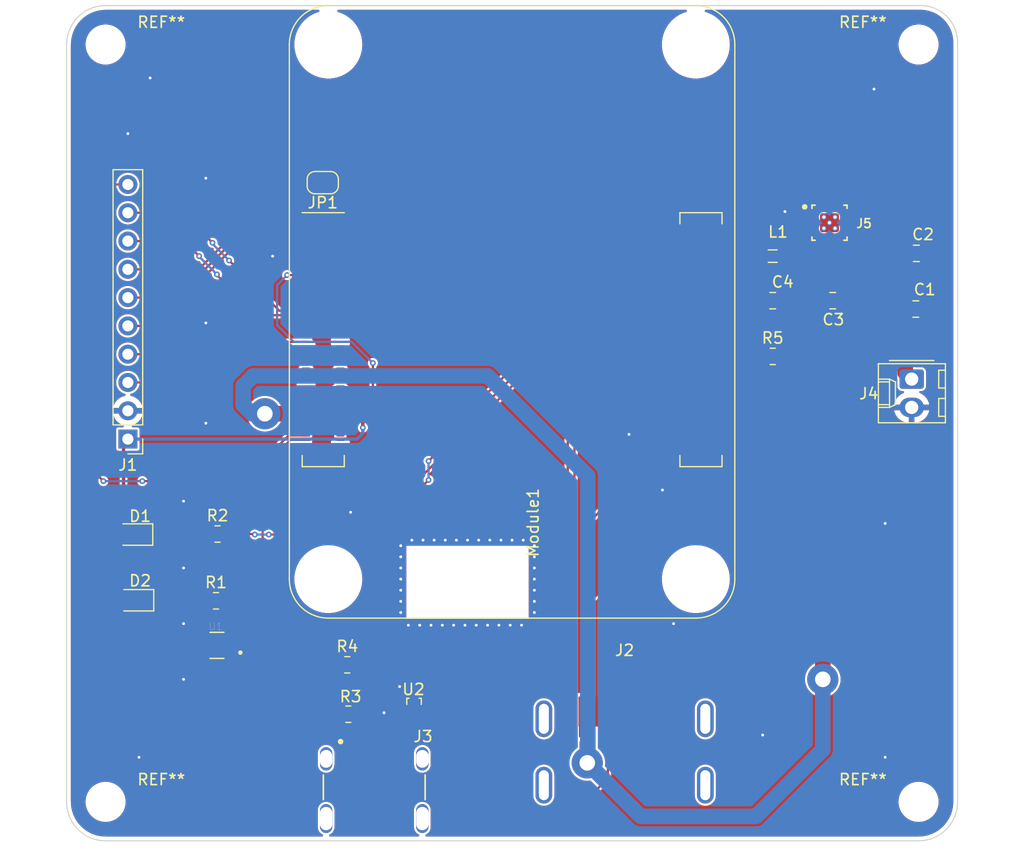
<source format=kicad_pcb>
(kicad_pcb (version 20210228) (generator pcbnew)
  (title_block (title "Compute Module 4 Carrierboard Utskytningsenhet") (date "2021-03-05") (rev "v01") (comment 2 "creativecommons.org/licenses/by/4.0/") (comment 3 "License: CC BY-SA 4.0") (comment 4 "Author: Martin Mæland"))
  (layers (0 "F.Cu" signal) (31 "B.Cu" signal) (34 "B.Paste" user) (35 "F.Paste" user) (36 "B.SilkS" user "B.Silkscreen") (37 "F.SilkS" user "F.Silkscreen") (38 "B.Mask" user) (39 "F.Mask" user) (44 "Edge.Cuts" user))
  (net 0 "")
  (net 1 "/CM4 High Speed/HDMI0_HOTPLUG")
  (net 2 "/CM4 High Speed/HDMI0_SDA")
  (net 3 "GND")
  (net 4 "+5V")
  (net 5 "/CM4 High Speed/HDMI0_SCL")
  (net 7 "/CM4 High Speed/HDMI0_CEC")
  (net 8 "/CM4 High Speed/HDMI0_CLK_N")
  (net 9 "+3.3V")
  (net 10 "Net-(D1-Pad1)")
  (net 11 "/CM4 High Speed/HDMI0_CLK_P")
  (net 12 "/CM4 High Speed/HDMI0_TX0_N")
  (net 13 "/CM4 High Speed/HDMI0_TX0_P")
  (net 14 "/CM4 High Speed/HDMI0_TX1_N")
  (net 15 "Net-(D2-Pad1)")
  (net 16 "/CM4 GPIO/nRPIBOOT")
  (net 17 "/CM4 High Speed/HDMI0_TX1_P")
  (net 18 "/CM4 High Speed/HDMI0_TX2_N")
  (net 19 "/CM4 High Speed/HDMI0_TX2_P")
  (net 21 "/CM4 GPIO/GPIO7")
  (net 22 "/CM4 GPIO/GPIO8")
  (net 27 "/CM4 GPIO/GPIO11")
  (net 28 "/CM4 GPIO/GPIO9")
  (net 29 "Net-(J3-PadA4)")
  (net 33 "/CM4 GPIO/GPIO10")
  (net 34 "/CM4 GPIO/GPIO15")
  (net 39 "/CM4 GPIO/GPIO14")
  (net 70 "/CM4 GPIO/GPIO2")
  (net 81 "/CM4 High Speed/USB2_P")
  (net 82 "/CM4 High Speed/USB2_N")
  (net 88 "/CM4 GPIO/EEPROM_nWP")
  (net 93 "/CM4 GPIO/nLED_Activity")
  (net 95 "/CM4 GPIO/nPWR_LED")
  (net 97 "/CM4 High Speed/USB_OTG_ID")
  (net 123 "/CM4 GPIO/GPIO3")
  (net 153 "Net-(R1-Pad2)")
  (net 154 "Net-(C3-Pad1)")
  (net 156 "Net-(J5-Pad4)")
  (net 157 "Net-(J5-Pad1)")
  (net 158 "+7.4V")
  (footprint "Fiducial:Fiducial_1mm_Mask2mm" (layer "F.Cu") (at 148 120)
    (fp_text reference "REF**")
    (fp_text value "Fiducial_1mm_Mask2mm")
  )
  (footprint "Capacitor_SMD:C_0805_2012Metric" (layer "F.Cu") (at 152.8 70.75)
    (fp_text reference "C2")
    (fp_text value "0.1uF")
  )
  (footprint "LED_SMD:LED_0805_2012Metric" (layer "F.Cu") (at 82.55 96 180)
    (fp_text reference "D1")
    (fp_text value "LED Green")
  )
  (footprint "Package_TO_SOT_SMD:Texas_DRT-3" (layer "F.Cu") (at 107.696 111.252)
    (fp_text reference "U2")
    (fp_text value "TPD2EUSB30" hide)
  )
  (footprint "MOLEX_1054500101_usb_c:Molex-1054500101-MFG" (layer "F.Cu") (at 104.120944 119.5)
    (fp_text reference "J3")
    (fp_text value "1054500101" hide)
  )
  (footprint "Resistor_SMD:R_0805_2012Metric" (layer "F.Cu") (at 89.9125 101.95)
    (fp_text reference "R1")
    (fp_text value "1k" hide)
  )
  (footprint "SN74LVC1G07DCKR:SOT65P210X110-5N" (layer "F.Cu") (at 90 105.95 180)
    (fp_text reference "U1")
    (fp_text value "SN74LVC1G07DCKR" hide)
  )
  (footprint "Jumper:SolderJumper-2_P1.3mm_Open_RoundedPad1.0x1.5mm" (layer "F.Cu") (at 99.5 64.4 180)
    (fp_text reference "JP1")
    (fp_text value "SolderJumper_2_Open")
  )
  (footprint "Inductor_SMD:L_0805_2012Metric" (layer "F.Cu") (at 139.9 71 180)
    (fp_text reference "L1")
    (fp_text value "2.2uH")
  )
  (footprint "Connector_Molex:Molex_KK-254_AE-6410-02A_1x02_P2.54mm_Vertical" (layer "F.Cu") (at 152.38 82.042 -90)
    (fp_text reference "J4")
    (fp_text value "molex_5046_2pin")
  )
  (footprint "Connector_PinHeader_2.54mm:PinHeader_1x10_P2.54mm_Vertical" (layer "F.Cu") (at 82 87.425 180)
    (fp_text reference "J1")
    (fp_text value "DNP")
  )
  (footprint "MountingHole:MountingHole_3.2mm_M3" (layer "F.Cu") (at 153 52)
    (fp_text reference "REF**" hide)
    (fp_text value "MountingHole_3.2mm_M3")
  )
  (footprint "TPS62133:Texas_Instruments-TPS62133RGTR-Manufacturer_Recommended" (layer "F.Cu") (at 145 68)
    (fp_text reference "J5")
    (fp_text value "TPS62133RGTR" hide)
  )
  (footprint "Resistor_SMD:R_0805_2012Metric" (layer "F.Cu") (at 101.7035 107.696)
    (fp_text reference "R4")
    (fp_text value "2.2k" hide)
  )
  (footprint "Fiducial:Fiducial_1mm_Mask2mm" (layer "F.Cu") (at 85 52)
    (fp_text reference "REF**")
    (fp_text value "Fiducial_1mm_Mask2mm")
  )
  (footprint "Resistor_SMD:R_0805_2012Metric" (layer "F.Cu") (at 139.9 80)
    (fp_text reference "R5")
    (fp_text value "100K")
  )
  (footprint "MountingHole:MountingHole_3.2mm_M3" (layer "F.Cu") (at 80 120)
    (fp_text reference "REF**" hide)
    (fp_text value "MountingHole_3.2mm_M3")
  )
  (footprint "CM4IO:Raspberry-Pi-4-Compute-Module" (layer "F.Cu") (at 100 100)
    (fp_text reference "Module1")
    (fp_text value "ComputeModule4-CM4")
  )
  (footprint "Resistor_SMD:R_0805_2012Metric" (layer "F.Cu") (at 101.791 112.13 180)
    (fp_text reference "R3")
    (fp_text value "2.2k" hide)
  )
  (footprint "Capacitor_SMD:C_0805_2012Metric" (layer "F.Cu") (at 139.9 75)
    (fp_text reference "C4")
    (fp_text value "22uF")
  )
  (footprint "Capacitor_SMD:C_0805_2012Metric" (layer "F.Cu") (at 152.75 75.75)
    (fp_text reference "C1")
    (fp_text value "10uF")
  )
  (footprint "Capacitor_SMD:C_0805_2012Metric" (layer "F.Cu") (at 145.288 75 180)
    (fp_text reference "C3")
    (fp_text value "3.3nF")
  )
  (footprint "MountingHole:MountingHole_3.2mm_M3" (layer "F.Cu") (at 153 120)
    (fp_text reference "REF**" hide)
    (fp_text value "MountingHole_3.2mm_M3")
  )
  (footprint "Fiducial:Fiducial_1mm_Mask2mm" (layer "F.Cu") (at 148 52)
    (fp_text reference "REF**")
    (fp_text value "Fiducial_1mm_Mask2mm")
  )
  (footprint "MountingHole:MountingHole_3.2mm_M3" (layer "F.Cu") (at 80 52)
    (fp_text reference "REF**" hide)
    (fp_text value "MountingHole_3.2mm_M3")
  )
  (footprint "LED_SMD:LED_0805_2012Metric" (layer "F.Cu") (at 82.6375 101.9 180)
    (fp_text reference "D2")
    (fp_text value "LED Red")
  )
  (footprint "Resistor_SMD:R_0805_2012Metric" (layer "F.Cu") (at 90.05 95.95)
    (fp_text reference "R2")
    (fp_text value "1k" hide)
  )
  (footprint "SFONG_HDMI:SOFNG_HDMI" (layer "F.Cu") (at 126.6 116.395)
    (fp_text reference "J2")
    (fp_text value "HDMI_A")
  )
  (footprint "Fiducial:Fiducial_1mm_Mask2mm" (layer "F.Cu") (at 85 120)
    (fp_text reference "REF**")
    (fp_text value "Fiducial_1mm_Mask2mm")
  )
  (gr_line (start 80 48.5) (end 153 48.5) (layer "Edge.Cuts") (width 0.1))
  (gr_line (start 156.5 120) (end 156.5 52) (layer "Edge.Cuts") (width 0.1))
  (gr_line (start 76.5 52) (end 76.5 120) (layer "Edge.Cuts") (width 0.1))
  (gr_arc (start 153.174293 51.825707) (end 153 48.5) (angle 96) (layer "Edge.Cuts") (width 0.1))
  (gr_arc (start 79.999998 52) (end 80 48.5) (angle -90) (layer "Edge.Cuts") (width 0.1))
  (gr_arc (start 153.000002 120) (end 156.5 120) (angle 90) (layer "Edge.Cuts") (width 0.1))
  (gr_arc (start 80 120.000002) (end 76.5 120) (angle -90) (layer "Edge.Cuts") (width 0.1))
  (gr_line (start 80 123.5) (end 153 123.5) (layer "Edge.Cuts") (width 0.1))
  (segment (start 130.9 79.1) (end 131.92 79.1) (width 0.2) (layer "F.Cu") (net 1))
  (segment (start 122.1 87.9) (end 130.9 79.1) (width 0.2) (layer "F.Cu") (net 1))
  (segment (start 122.1 111.5) (end 122.1 87.9) (width 0.2) (layer "F.Cu") (net 1))
  (segment (start 131.92 88.3) (end 130 88.3) (width 0.2) (layer "F.Cu") (net 2))
  (segment (start 123.6 94.7) (end 123.6 111.5) (width 0.2) (layer "F.Cu") (net 2))
  (segment (start 130 88.3) (end 123.6 94.7) (width 0.2) (layer "F.Cu") (net 2))
  (segment (start 107.696 110.827) (end 107.577 110.827) (width 0.2) (layer "F.Cu") (net 3))
  (segment (start 107.577 110.827) (end 106.4 109.65) (width 0.2) (layer "F.Cu") (net 3))
  (via (at 113.284 104.14) (size 0.508) (drill 0.254) (layers "F.Cu" "B.Cu") (net 3))
  (via (at 105 112) (size 0.508) (drill 0.254) (layers "F.Cu" "B.Cu") (net 3))
  (via (at 110.5 96.5) (size 0.508) (drill 0.254) (layers "F.Cu" "B.Cu") (net 3))
  (via (at 106.5 103) (size 0.508) (drill 0.254) (layers "F.Cu" "B.Cu") (net 3))
  (via (at 107.188 104.14) (size 0.508) (drill 0.254) (layers "F.Cu" "B.Cu") (net 3))
  (via (at 150 95) (size 0.508) (drill 0.254) (layers "F.Cu" "B.Cu") (net 3))
  (via (at 141 67) (size 0.508) (drill 0.254) (layers "F.Cu" "B.Cu") (net 3))
  (via (at 87 99) (size 0.508) (drill 0.254) (layers "F.Cu" "B.Cu") (net 3))
  (via (at 139 114) (size 0.508) (drill 0.254) (layers "F.Cu" "B.Cu") (net 3))
  (via (at 102 94) (size 0.508) (drill 0.254) (layers "F.Cu" "B.Cu") (net 3))
  (via (at 114.5 96.5) (size 0.508) (drill 0.254) (layers "F.Cu" "B.Cu") (net 3))
  (via (at 118.5 99) (size 0.508) (drill 0.254) (layers "F.Cu" "B.Cu") (net 3))
  (via (at 106.5 97) (size 0.508) (drill 0.254) (layers "F.Cu" "B.Cu") (net 3))
  (via (at 149 56) (size 0.508) (drill 0.254) (layers "F.Cu" "B.Cu") (net 3))
  (via (at 117.5 96.5) (size 0.508) (drill 0.254) (layers "F.Cu" "B.Cu") (net 3))
  (via (at 118.5 100) (size 0.508) (drill 0.254) (layers "F.Cu" "B.Cu") (net 3))
  (via (at 130 92) (size 0.508) (drill 0.254) (layers "F.Cu" "B.Cu") (net 3))
  (via (at 150 116) (size 0.508) (drill 0.254) (layers "F.Cu" "B.Cu") (net 3))
  (via (at 118.5 97) (size 0.508) (drill 0.254) (layers "F.Cu" "B.Cu") (net 3))
  (via (at 118.5 98) (size 0.508) (drill 0.254) (layers "F.Cu" "B.Cu") (net 3))
  (via (at 127 87) (size 0.508) (drill 0.254) (layers "F.Cu" "B.Cu") (net 3))
  (via (at 83 116) (size 0.508) (drill 0.254) (layers "F.Cu" "B.Cu") (net 3))
  (via (at 89 86) (size 0.508) (drill 0.254) (layers "F.Cu" "B.Cu") (net 3))
  (via (at 118.5 102) (size 0.508) (drill 0.254) (layers "F.Cu" "B.Cu") (net 3))
  (via (at 108.204 104.14) (size 0.508) (drill 0.254) (layers "F.Cu" "B.Cu") (net 3))
  (via (at 107.5 96.5) (size 0.508) (drill 0.254) (layers "F.Cu" "B.Cu") (net 3))
  (via (at 116.332 104.14) (size 0.508) (drill 0.254) (layers "F.Cu" "B.Cu") (net 3))
  (via (at 111.252 104.14) (size 0.508) (drill 0.254) (layers "F.Cu" "B.Cu") (net 3))
  (via (at 106.5 99) (size 0.508) (drill 0.254) (layers "F.Cu" "B.Cu") (net 3))
  (via (at 112.5 96.5) (size 0.508) (drill 0.254) (layers "F.Cu" "B.Cu") (net 3))
  (via (at 109.5 96.5) (size 0.508) (drill 0.254) (layers "F.Cu" "B.Cu") (net 3))
  (via (at 108.5 96.5) (size 0.508) (drill 0.254) (layers "F.Cu" "B.Cu") (net 3))
  (via (at 106.5 100) (size 0.508) (drill 0.254) (layers "F.Cu" "B.Cu") (net 3))
  (via (at 118.5 101) (size 0.508) (drill 0.254) (layers "F.Cu" "B.Cu") (net 3))
  (via (at 95 71) (size 0.508) (drill 0.254) (layers "F.Cu" "B.Cu") (net 3))
  (via (at 131 104) (size 0.508) (drill 0.254) (layers "F.Cu" "B.Cu") (net 3))
  (via (at 115.5 96.5) (size 0.508) (drill 0.254) (layers "F.Cu" "B.Cu") (net 3))
  (via (at 84 55) (size 0.508) (drill 0.254) (layers "F.Cu" "B.Cu") (net 3))
  (via (at 115.316 104.14) (size 0.508) (drill 0.254) (layers "F.Cu" "B.Cu") (net 3))
  (via (at 111.5 96.5) (size 0.508) (drill 0.254) (layers "F.Cu" "B.Cu") (net 3))
  (via (at 112.268 104.14) (size 0.508) (drill 0.254) (layers "F.Cu" "B.Cu") (net 3))
  (via (at 117.348 104.14) (size 0.508) (drill 0.254) (layers "F.Cu" "B.Cu") (net 3))
  (via (at 87 109) (size 0.508) (drill 0.254) (layers "F.Cu" "B.Cu") (net 3))
  (via (at 106.5 98) (size 0.508) (drill 0.254) (layers "F.Cu" "B.Cu") (net 3))
  (via (at 87 93) (size 0.508) (drill 0.254) (layers "F.Cu" "B.Cu") (net 3))
  (via (at 82 60) (size 0.508) (drill 0.254) (layers "F.Cu" "B.Cu") (net 3))
  (via (at 106.4 109.65) (size 0.508) (drill 0.254) (layers "F.Cu" "B.Cu") (net 3))
  (via (at 116.5 96.5) (size 0.508) (drill 0.254) (layers "F.Cu" "B.Cu") (net 3))
  (via (at 106.5 101) (size 0.508) (drill 0.254) (layers "F.Cu" "B.Cu") (net 3))
  (via (at 113.5 96.5) (size 0.508) (drill 0.254) (layers "F.Cu" "B.Cu") (net 3))
  (via (at 118.5 103) (size 0.508) (drill 0.254) (layers "F.Cu" "B.Cu") (net 3))
  (via (at 106.5 102) (size 0.508) (drill 0.254) (layers "F.Cu" "B.Cu") (net 3))
  (via (at 114.3 104.14) (size 0.508) (drill 0.254) (layers "F.Cu" "B.Cu") (net 3))
  (via (at 110.236 104.14) (size 0.508) (drill 0.254) (layers "F.Cu" "B.Cu") (net 3))
  (via (at 109.22 104.14) (size 0.508) (drill 0.254) (layers "F.Cu" "B.Cu") (net 3))
  (via (at 89 64) (size 0.508) (drill 0.254) (layers "F.Cu" "B.Cu") (net 3))
  (via (at 89 77) (size 0.508) (drill 0.254) (layers "F.Cu" "B.Cu") (net 3))
  (via (at 87 104) (size 0.508) (drill 0.254) (layers "F.Cu" "B.Cu") (net 3))
  (segment (start 96.45 85.15) (end 96.8 85.5) (width 0.2) (layer "F.Cu") (net 4))
  (segment (start 138.8375 71) (end 138.8375 66.3625) (width 1.4) (layer "F.Cu") (net 4))
  (segment (start 123.25 116.5) (end 123.25 114.75) (width 1.4) (layer "F.Cu") (net 4))
  (segment (start 141 64.2) (end 143.95 64.2) (width 1.4) (layer "F.Cu") (net 4))
  (segment (start 97.7 83.9) (end 98 83.9) (width 0.2) (layer "F.Cu") (net 4))
  (segment (start 96.9 84.7) (end 98 84.7) (width 0.2) (layer "F.Cu") (net 4))
  (segment (start 138.8375 71) (end 138.8375 79.85) (width 1.4) (layer "F.Cu") (net 4))
  (segment (start 96.45 85.15) (end 97.199989 85.899989) (width 0.2) (layer "F.Cu") (net 4))
  (segment (start 96.45 85.15) (end 97.3 84.3) (width 0.2) (layer "F.Cu") (net 4))
  (segment (start 144.4 87.720045) (end 144.4 109) (width 1.4) (layer "F.Cu") (net 4))
  (segment (start 96.45 85.15) (end 97.7 83.9) (width 0.2) (layer "F.Cu") (net 4))
  (segment (start 138.9875 80.9875) (end 138.9875 82.307545) (width 1.4) (layer "F.Cu") (net 4))
  (segment (start 96.45 85.15) (end 96.5 85.1) (width 0.2) (layer "F.Cu") (net 4))
  (segment (start 145.249999 65.149999) (end 145.249999 66.6) (width 0.2) (layer "F.Cu") (net 4))
  (segment (start 138.9875 82.307545) (end 144.3 87.620045) (width 1.4) (layer "F.Cu") (net 4))
  (segment (start 122.6 111.5) (end 122.6 114.1) (width 0.2) (layer "F.Cu") (net 4))
  (segment (start 96.45 85.15) (end 96.9 84.7) (width 0.2) (layer "F.Cu") (net 4))
  (segment (start 138.8375 66.3625) (end 141 64.2) (width 1.4) (layer "F.Cu") (net 4))
  (segment (start 97.3 84.3) (end 98 84.3) (width 0.2) (layer "F.Cu") (net 4))
  (segment (start 94.3 85.15) (end 96.45 85.15) (width 1.4) (layer "F.Cu") (net 4))
  (segment (start 96.8 85.5) (end 98 85.5) (width 0.2) (layer "F.Cu") (net 4))
  (segment (start 138.8375 79.85) (end 138.9875 80) (width 1.4) (layer "F.Cu") (net 4))
  (segment (start 97.199989 85.899989) (end 97.999989 85.899989) (width 0.2) (layer "F.Cu") (net 4))
  (segment (start 144.3 87.620045) (end 144.4 87.720045) (width 1.4) (layer "F.Cu") (net 4))
  (segment (start 96.5 85.1) (end 98 85.1) (width 0.2) (layer "F.Cu") (net 4))
  (segment (start 145.15 65.05) (end 145.249999 65.149999) (width 0.2) (layer "F.Cu") (net 4))
  (segment (start 97.999989 85.899989) (end 98 85.9) (width 0.2) (layer "F.Cu") (net 4))
  (segment (start 138.9875 80) (end 138.9875 80.9875) (width 1.4) (layer "F.Cu") (net 4))
  (segment (start 122.6 114.1) (end 123.25 114.75) (width 0.2) (layer "F.Cu") (net 4))
  (segment (start 143.95 64.2) (end 145.249999 65.499999) (width 1.4) (layer "F.Cu") (net 4))
  (via (at 94.3 85.15) (size 2.8) (drill 1.4) (layers "F.Cu" "B.Cu") (net 4))
  (via (at 144.4 109) (size 2.8) (drill 1.4) (layers "F.Cu" "B.Cu") (net 4))
  (via (at 123.25 116.5) (size 2.8) (drill 1.4) (layers "F.Cu" "B.Cu") (net 4))
  (segment (start 144.4 115.3) (end 138.4 121.3) (width 1.4) (layer "B.Cu") (net 4))
  (segment (start 92.35 84.35) (end 93.15 85.15) (width 1.4) (layer "B.Cu") (net 4))
  (segment (start 123.3 90.75) (end 114.304011 81.754011) (width 1.4) (layer "B.Cu") (net 4))
  (segment (start 144.4 109) (end 144.4 115.3) (width 1.4) (layer "B.Cu") (net 4))
  (segment (start 128.05 121.3) (end 123.25 116.5) (width 1.4) (layer "B.Cu") (net 4))
  (segment (start 92.35 82.65) (end 92.35 84.35) (width 1.4) (layer "B.Cu") (net 4))
  (segment (start 114.304011 81.754011) (end 93.245989 81.754011) (width 1.4) (layer "B.Cu") (net 4))
  (segment (start 123.3 116.45) (end 123.3 90.75) (width 1.4) (layer "B.Cu") (net 4))
  (segment (start 93.245989 81.754011) (end 92.35 82.65) (width 1.4) (layer "B.Cu") (net 4))
  (segment (start 123.25 116.5) (end 123.3 116.45) (width 1.4) (layer "B.Cu") (net 4))
  (segment (start 93.15 85.15) (end 94.3 85.15) (width 1.4) (layer "B.Cu") (net 4))
  (segment (start 138.4 121.3) (end 128.05 121.3) (width 1.4) (layer "B.Cu") (net 4))
  (segment (start 136.6 89.5) (end 124.1 102) (width 0.2) (layer "F.Cu") (net 5))
  (segment (start 135 88.3) (end 136 88.3) (width 0.2) (layer "F.Cu") (net 5))
  (segment (start 124.1 102) (end 124.1 111.5) (width 0.2) (layer "F.Cu") (net 5))
  (segment (start 136 88.3) (end 136.6 88.9) (width 0.2) (layer "F.Cu") (net 5))
  (segment (start 136.6 88.9) (end 136.6 89.5) (width 0.2) (layer "F.Cu") (net 5))
  (segment (start 131.92 78.7) (end 130.3 78.7) (width 0.2) (layer "F.Cu") (net 7))
  (segment (start 121.5 87.5) (end 121.5 118) (width 0.2) (layer "F.Cu") (net 7))
  (segment (start 125.1 117.9) (end 125.1 111.5) (width 0.2) (layer "F.Cu") (net 7))
  (segment (start 124 119) (end 125.1 117.9) (width 0.2) (layer "F.Cu") (net 7))
  (segment (start 121.5 118) (end 122.5 119) (width 0.2) (layer "F.Cu") (net 7))
  (segment (start 122.5 119) (end 124 119) (width 0.2) (layer "F.Cu") (net 7))
  (segment (start 130.3 78.7) (end 121.5 87.5) (width 0.2) (layer "F.Cu") (net 7))
  (segment (start 135 86.3) (end 136 86.3) (width 0.2) (layer "F.Cu") (net 8))
  (segment (start 125.6 101.065714) (end 125.6 111.5) (width 0.2) (layer "F.Cu") (net 8))
  (segment (start 136 86.3) (end 137.00002 87.30002) (width 0.2) (layer "F.Cu") (net 8))
  (segment (start 125.6 103.4) (end 125.6 111.5) (width 0.2) (layer "F.Cu") (net 8))
  (segment (start 137.00002 87.30002) (end 137.00002 89.665694) (width 0.2) (layer "F.Cu") (net 8))
  (segment (start 137.00002 89.665694) (end 125.6 101.065714) (width 0.2) (layer "F.Cu") (net 8))
  (segment (start 81.7 103.9) (end 81.7 101.9) (width 0.3) (layer "F.Cu") (net 9))
  (segment (start 103.1 84.9) (end 103.1 86.4) (width 0.3) (layer "F.Cu") (net 9))
  (segment (start 102.1 85.1) (end 102.2 85.1) (width 0.3) (layer "F.Cu") (net 9))
  (segment (start 81.7 96.0875) (end 81.6125 96) (width 0.3) (layer "F.Cu") (net 9))
  (segment (start 102.1 83.9) (end 103.1 84.9) (width 0.3) (layer "F.Cu") (net 9))
  (segment (start 81.7 101.9) (end 81.7 96.0875) (width 0.3) (layer "F.Cu") (net 9))
  (segment (start 103.1 85.9) (end 103.1 86.4) (width 0.3) (layer "F.Cu") (net 9))
  (segment (start 102.3 85.1) (end 103.1 85.9) (width 0.3) (layer "F.Cu") (net 9))
  (segment (start 81.6125 87.8125) (end 82 87.425) (width 0.3) (layer "F.Cu") (net 9))
  (segment (start 102.2 85.1) (end 102.3 85.1) (width 0.3) (layer "F.Cu") (net 9))
  (segment (start 102.1 85.1) (end 101.08 85.1) (width 0.2) (layer "F.Cu") (net 9))
  (segment (start 89.04 106.6) (end 84.4 106.6) (width 0.3) (layer "F.Cu") (net 9))
  (segment (start 101.08 83.9) (end 102.1 83.9) (width 0.2) (layer "F.Cu") (net 9))
  (segment (start 81.6125 96) (end 81.6125 87.8125) (width 0.3) (layer "F.Cu") (net 9))
  (segment (start 84.4 106.6) (end 81.7 103.9) (width 0.3) (layer "F.Cu") (net 9))
  (via (at 103.1 86.4) (size 0.508) (drill 0.254) (layers "F.Cu" "B.Cu") (net 9))
  (segment (start 103.1 86.4) (end 103.1 86.9) (width 0.3) (layer "B.Cu") (net 9))
  (segment (start 103.1 86.9) (end 102.575 87.425) (width 0.3) (layer "B.Cu") (net 9))
  (segment (start 102.575 87.425) (end 82 87.425) (width 0.3) (layer "B.Cu") (net 9))
  (segment (start 83.4875 96) (end 89.0875 96) (width 0.2) (layer "F.Cu") (net 10))
  (segment (start 89.0875 96) (end 89.1375 95.95) (width 0.2) (layer "F.Cu") (net 10))
  (segment (start 135 85.9) (end 135.834286 85.9) (width 0.2) (layer "F.Cu") (net 11))
  (segment (start 135.834306 85.89998) (end 136.165694 85.89998) (width 0.2) (layer "F.Cu") (net 11))
  (segment (start 137.40004 89.831388) (end 126.6 100.631428) (width 0.2) (layer "F.Cu") (net 11))
  (segment (start 135.834286 85.9) (end 135.834306 85.89998) (width 0.2) (layer "F.Cu") (net 11))
  (segment (start 126.6 100.631428) (end 126.6 111.5) (width 0.2) (layer "F.Cu") (net 11))
  (segment (start 137.40004 87.134327) (end 137.40004 89.831388) (width 0.2) (layer "F.Cu") (net 11))
  (segment (start 136.165694 85.89998) (end 137.40004 87.134327) (width 0.2) (layer "F.Cu") (net 11))
  (segment (start 137.80006 86.90006) (end 137.80006 89.997082) (width 0.2) (layer "F.Cu") (net 12))
  (segment (start 136 85.1) (end 137.80006 86.90006) (width 0.2) (layer "F.Cu") (net 12))
  (segment (start 135 85.1) (end 136 85.1) (width 0.2) (layer "F.Cu") (net 12))
  (segment (start 137.80006 89.997082) (end 127.1 100.697142) (width 0.2) (layer "F.Cu") (net 12))
  (segment (start 127.1 100.697142) (end 127.1 111.5) (width 0.2) (layer "F.Cu") (net 12))
  (segment (start 128.1 100.262856) (end 128.1 111.5) (width 0.2) (layer "F.Cu") (net 13))
  (segment (start 136.165713 84.7) (end 138.20008 86.734367) (width 0.2) (layer "F.Cu") (net 13))
  (segment (start 138.20008 86.734367) (end 138.20008 90.162776) (width 0.2) (layer "F.Cu") (net 13))
  (segment (start 135 84.7) (end 136.165713 84.7) (width 0.2) (layer "F.Cu") (net 13))
  (segment (start 138.20008 90.162776) (end 128.1 100.262856) (width 0.2) (layer "F.Cu") (net 13))
  (segment (start 139 102.2) (end 135 106.2) (width 0.2) (layer "F.Cu") (net 14))
  (segment (start 130.6 106.2) (end 128.6 108.2) (width 0.2) (layer "F.Cu") (net 14))
  (segment (start 128.6 108.2) (end 128.6 111.5) (width 0.2) (layer "F.Cu") (net 14))
  (segment (start 139 86) (end 139 102.2) (width 0.2) (layer "F.Cu") (net 14))
  (segment (start 135 106.2) (end 130.6 106.2) (width 0.2) (layer "F.Cu") (net 14))
  (segment (start 135 83.9) (end 136.9 83.9) (width 0.2) (layer "F.Cu") (net 14))
  (segment (start 136.9 83.9) (end 139 86) (width 0.2) (layer "F.Cu") (net 14))
  (segment (start 83.575 101.9) (end 88.95 101.9) (width 0.2) (layer "F.Cu") (net 15))
  (segment (start 88.95 101.9) (end 89 101.95) (width 0.2) (layer "F.Cu") (net 15))
  (segment (start 83.3 91.2) (end 92.334286 91.2) (width 0.2) (layer "F.Cu") (net 16))
  (segment (start 78.6 90) (end 79.8 91.2) (width 0.2) (layer "F.Cu") (net 16))
  (segment (start 80.265 64.565) (end 78.6 66.23) (width 0.2) (layer "F.Cu") (net 16))
  (segment (start 82 64.565) (end 80.265 64.565) (width 0.2) (layer "F.Cu") (net 16))
  (segment (start 92.334286 91.2) (end 96.434286 87.1) (width 0.2) (layer "F.Cu") (net 16))
  (segment (start 78.6 66.23) (end 78.6 90) (width 0.2) (layer "F.Cu") (net 16))
  (segment (start 96.434286 87.1) (end 98 87.1) (width 0.2) (layer "F.Cu") (net 16))
  (via (at 79.8 91.2) (size 0.508) (drill 0.254) (layers "F.Cu" "B.Cu") (net 16))
  (via (at 83.3 91.2) (size 0.508) (drill 0.254) (layers "F.Cu" "B.Cu") (net 16))
  (segment (start 79.8 91.2) (end 83.3 91.2) (width 0.2) (layer "B.Cu") (net 16))
  (segment (start 129.6 109.901602) (end 129.6 111.5) (width 0.1524) (layer "F.Cu") (net 17))
  (segment (start 129.6 107.765714) (end 129.6 111.5) (width 0.2) (layer "F.Cu") (net 17))
  (segment (start 135.165693 106.60002) (end 130.765694 106.60002) (width 0.2) (layer "F.Cu") (net 17))
  (segment (start 135 83.5) (end 137.065714 83.5) (width 0.2) (layer "F.Cu") (net 17))
  (segment (start 139.40002 85.834306) (end 139.40002 102.365694) (width 0.2) (layer "F.Cu") (net 17))
  (segment (start 139.40002 102.365694) (end 135.165693 106.60002) (width 0.2) (layer "F.Cu") (net 17))
  (segment (start 130.765694 106.60002) (end 129.6 107.765714) (width 0.2) (layer "F.Cu") (net 17))
  (segment (start 137.065714 83.5) (end 139.40002 85.834306) (width 0.2) (layer "F.Cu") (net 17))
  (segment (start 129.516211 111.416211) (end 129.6 111.5) (width 0.1524) (layer "F.Cu") (net 17))
  (segment (start 140.3 85.6) (end 140.3 103.2) (width 0.2) (layer "F.Cu") (net 18))
  (segment (start 135 82.7) (end 137.4 82.7) (width 0.2) (layer "F.Cu") (net 18))
  (segment (start 135.9 107.6) (end 131.2 107.6) (width 0.2) (layer "F.Cu") (net 18))
  (segment (start 137.4 82.7) (end 140.3 85.6) (width 0.2) (layer "F.Cu") (net 18))
  (segment (start 130.1 108.7) (end 130.1 111.5) (width 0.2) (layer "F.Cu") (net 18))
  (segment (start 130.1 109.9) (end 130.1 111.5) (width 0.1524) (layer "F.Cu") (net 18))
  (segment (start 140.3 103.2) (end 135.9 107.6) (width 0.2) (layer "F.Cu") (net 18))
  (segment (start 131.2 107.6) (end 130.1 108.7) (width 0.2) (layer "F.Cu") (net 18))
  (segment (start 131.1 108.265714) (end 131.1 111.5) (width 0.2) (layer "F.Cu") (net 19))
  (segment (start 136.065714 108) (end 131.365714 108) (width 0.2) (layer "F.Cu") (net 19))
  (segment (start 131.365714 108) (end 131.1 108.265714) (width 0.2) (layer "F.Cu") (net 19))
  (segment (start 140.70002 103.365694) (end 136.065714 108) (width 0.2) (layer "F.Cu") (net 19))
  (segment (start 135 82.3) (end 137.565713 82.3) (width 0.2) (layer "F.Cu") (net 19))
  (segment (start 137.565713 82.3) (end 140.70002 85.434307) (width 0.2) (layer "F.Cu") (net 19))
  (segment (start 140.70002 85.434307) (end 140.70002 103.365694) (width 0.2) (layer "F.Cu") (net 19))
  (segment (start 86.905 67.105) (end 82 67.105) (width 0.2) (layer "F.Cu") (net 21))
  (segment (start 95.6 75.9) (end 98 75.9) (width 0.2) (layer "F.Cu") (net 21))
  (segment (start 89.6 69.8) (end 86.905 67.105) (width 0.2) (layer "F.Cu") (net 21))
  (segment (start 91.091738 71.391738) (end 95.6 75.9) (width 0.2) (layer "F.Cu") (net 21))
  (via (at 89.6 69.8) (size 0.508) (drill 0.254) (layers "F.Cu" "B.Cu") (net 21))
  (via (at 91.091738 71.391738) (size 0.508) (drill 0.254) (layers "F.Cu" "B.Cu") (net 21))
  (segment (start 89.6 69.9) (end 89.6 69.8) (width 0.2) (layer "B.Cu") (net 21))
  (segment (start 91.091738 71.391738) (end 89.6 69.9) (width 0.2) (layer "B.Cu") (net 21))
  (segment (start 88.4 71) (end 87.045 69.645) (width 0.2) (layer "F.Cu") (net 22))
  (segment (start 90 72.7) (end 93.6 76.3) (width 0.2) (layer "F.Cu") (net 22))
  (segment (start 93.6 76.3) (end 98 76.3) (width 0.2) (layer "F.Cu") (net 22))
  (segment (start 87.045 69.645) (end 82 69.645) (width 0.2) (layer "F.Cu") (net 22))
  (segment (start 90 72.641738) (end 90 72.7) (width 0.2) (layer "F.Cu") (net 22))
  (via (at 88.4 71) (size 0.508) (drill 0.254) (layers "F.Cu" "B.Cu") (net 22))
  (via (at 90 72.641738) (size 0.508) (drill 0.254) (layers "F.Cu" "B.Cu") (net 22))
  (segment (start 88.4 71.041738) (end 88.4 71) (width 0.2) (layer "B.Cu") (net 22))
  (segment (start 90 72.641738) (end 88.4 71.041738) (width 0.2) (layer "B.Cu") (net 22))
  (segment (start 100.065714 75.9) (end 101.08 75.9) (width 0.2) (layer "F.Cu") (net 27))
  (segment (start 82 72.185) (end 88.349286 72.185) (width 0.2) (layer "F.Cu") (net 27))
  (segment (start 88.349286 72.185) (end 93.334307 67.19998) (width 0.2) (layer "F.Cu") (net 27))
  (segment (start 98.565694 67.19998) (end 99.80002 68.434307) (width 0.2) (layer "F.Cu") (net 27))
  (segment (start 99.80002 68.434307) (end 99.80002 75.634306) (width 0.2) (layer "F.Cu") (net 27))
  (segment (start 93.334307 67.19998) (end 98.565694 67.19998) (width 0.2) (layer "F.Cu") (net 27))
  (segment (start 99.80002 75.634306) (end 100.065714 75.9) (width 0.2) (layer "F.Cu") (net 27))
  (segment (start 99.4 68.6) (end 99.4 75.8) (width 0.2) (layer "F.Cu") (net 28))
  (segment (start 99.4 75.8) (end 99.9 76.3) (width 0.2) (layer "F.Cu") (net 28))
  (segment (start 98.4 67.6) (end 99.4 68.6) (width 0.2) (layer "F.Cu") (net 28))
  (segment (start 99.9 76.3) (end 101.08 76.3) (width 0.2) (layer "F.Cu") (net 28))
  (segment (start 93.5 67.6) (end 98.4 67.6) (width 0.2) (layer "F.Cu") (net 28))
  (segment (start 82 74.725) (end 86.375 74.725) (width 0.2) (layer "F.Cu") (net 28))
  (segment (start 86.375 74.725) (end 93.5 67.6) (width 0.2) (layer "F.Cu") (net 28))
  (segment (start 102.620944 112.212556) (end 102.7035 112.13) (width 0.2) (layer "F.Cu") (net 29))
  (segment (start 102.620944 115.946181) (end 102.620944 112.212556) (width 0.2) (layer "F.Cu") (net 29))
  (segment (start 99.7 77.1) (end 101.08 77.1) (width 0.2) (layer "F.Cu") (net 33))
  (segment (start 84.435 77.265) (end 93.7 68) (width 0.2) (layer "F.Cu") (net 33))
  (segment (start 93.7 68) (end 98.2 68) (width 0.2) (layer "F.Cu") (net 33))
  (segment (start 98.2 68) (end 99 68.8) (width 0.2) (layer "F.Cu") (net 33))
  (segment (start 99 76.4) (end 99.7 77.1) (width 0.2) (layer "F.Cu") (net 33))
  (segment (start 99 68.8) (end 99 76.4) (width 0.2) (layer "F.Cu") (net 33))
  (segment (start 82 77.265) (end 84.435 77.265) (width 0.2) (layer "F.Cu") (net 33))
  (segment (start 82 79.805) (end 89.295 79.805) (width 0.2) (layer "F.Cu") (net 34))
  (segment (start 90.4 78.7) (end 98 78.7) (width 0.2) (layer "F.Cu") (net 34))
  (segment (start 89.295 79.805) (end 90.4 78.7) (width 0.2) (layer "F.Cu") (net 34))
  (segment (start 89.055 82.345) (end 91.9 79.5) (width 0.2) (layer "F.Cu") (net 39))
  (segment (start 82 82.345) (end 89.055 82.345) (width 0.2) (layer "F.Cu") (net 39))
  (segment (start 91.9 79.5) (end 98 79.5) (width 0.2) (layer "F.Cu") (net 39))
  (segment (start 103.620944 115.946181) (end 103.620944 115.279056) (width 0.2) (layer "F.Cu") (net 81))
  (segment (start 103.620944 115.779056) (end 103.620944 115.946181) (width 0.2) (layer "F.Cu") (net 81))
  (segment (start 129.649489 69.5) (end 131.92 69.5) (width 0.2) (layer "F.Cu") (net 81))
  (segment (start 107.346 113.055602) (end 107.346 111.677) (width 0.2) (layer "F.Cu") (net 81))
  (segment (start 105 109.331) (end 105 94.149489) (width 0.2) (layer "F.Cu") (net 81))
  (segment (start 106.254022 114.14758) (end 107.346 113.055602) (width 0.2) (layer "F.Cu") (net 81))
  (segment (start 103.620944 115.279056) (end 104.75242 114.14758) (width 0.2) (layer "F.Cu") (net 81))
  (segment (start 107.346 111.677) (end 105 109.331) (width 0.2) (layer "F.Cu") (net 81))
  (segment (start 104.75242 114.14758) (end 106.254022 114.14758) (width 0.2) (layer "F.Cu") (net 81))
  (segment (start 105 94.149489) (end 129.649489 69.5) (width 0.2) (layer "F.Cu") (net 81))
  (segment (start 105.5 107.79098) (end 108.477 110.76798) (width 0.2) (layer "F.Cu") (net 82))
  (segment (start 104.620944 115.279056) (end 105.4 114.5) (width 0.2) (layer "F.Cu") (net 82))
  (segment (start 108.477 111.677) (end 108.046 111.677) (width 0.2) (layer "F.Cu") (net 82))
  (segment (start 109 91.1) (end 105.5 94.6) (width 0.2) (layer "F.Cu") (net 82))
  (segment (start 105.4 114.5) (end 106.4 114.5) (width 0.2) (layer "F.Cu") (net 82))
  (segment (start 106.4 114.5) (end 108.046 112.854) (width 0.2) (layer "F.Cu") (net 82))
  (segment (start 108.477 110.76798) (end 108.477 111.677) (width 0.2) (layer "F.Cu") (net 82))
  (segment (start 129.3 69.1) (end 131.92 69.1) (width 0.2) (layer "F.Cu") (net 82))
  (segment (start 109 89.4) (end 129.3 69.1) (width 0.2) (layer "F.Cu") (net 82))
  (segment (start 108.046 112.854) (end 108.046 111.677) (width 0.2) (layer "F.Cu") (net 82))
  (segment (start 105.5 94.6) (end 105.5 107.79098) (width 0.2) (layer "F.Cu") (net 82))
  (segment (start 104.620944 115.946181) (end 104.620944 115.279056) (width 0.2) (layer "F.Cu") (net 82))
  (via (at 109 91.1) (size 0.508) (drill 0.254) (layers "F.Cu" "B.Cu") (net 82))
  (via (at 109 89.4) (size 0.508) (drill 0.254) (layers "F.Cu" "B.Cu") (net 82))
  (segment (start 109 91.1) (end 109 89.4) (width 0.2) (layer "B.Cu") (net 82))
  (segment (start 101.08 72.3) (end 102.7 72.3) (width 0.2) (layer "F.Cu") (net 88))
  (segment (start 102.7 72.3) (end 104 71) (width 0.2) (layer "F.Cu") (net 88))
  (segment (start 102.8 64.4) (end 100.15 64.4) (width 0.2) (layer "F.Cu") (net 88))
  (segment (start 104 71) (end 104 65.6) (width 0.2) (layer "F.Cu") (net 88))
  (segment (start 104 65.6) (end 102.8 64.4) (width 0.2) (layer "F.Cu") (net 88))
  (segment (start 95.6 96) (end 104 87.6) (width 0.2) (layer "F.Cu") (net 93))
  (segment (start 96.3 72.7) (end 98 72.7) (width 0.2) (layer "F.Cu") (net 93))
  (segment (start 93.35 95.95) (end 90.9625 95.95) (width 0.2) (layer "F.Cu") (net 93))
  (segment (start 93.4 96) (end 93.35 95.95) (width 0.2) (layer "F.Cu") (net 93))
  (segment (start 104 87.6) (end 104 80.6) (width 0.2) (layer "F.Cu") (net 93))
  (segment (start 94.654 96) (end 95.6 96) (width 0.2) (layer "F.Cu") (net 93))
  (via (at 96.3 72.7) (size 0.508) (drill 0.254) (layers "F.Cu" "B.Cu") (net 93))
  (via (at 104 80.6) (size 0.508) (drill 0.254) (layers "F.Cu" "B.Cu") (net 93))
  (via (at 93.4 96) (size 0.508) (drill 0.254) (layers "F.Cu" "B.Cu") (net 93))
  (via (at 94.654 96) (size 0.508) (drill 0.254) (layers "F.Cu" "B.Cu") (net 93))
  (segment (start 104 80.6) (end 102.1 78.7) (width 0.2) (layer "B.Cu") (net 93))
  (segment (start 95.4 77.2) (end 95.4 73.6) (width 0.2) (layer "B.Cu") (net 93))
  (segment (start 95.4 73.6) (end 96.3 72.7) (width 0.2) (layer "B.Cu") (net 93))
  (segment (start 102.1 78.7) (end 96.9 78.7) (width 0.2) (layer "B.Cu") (net 93))
  (segment (start 101.8 78.7) (end 102.1 78.7) (width 0.2) (layer "B.Cu") (net 93))
  (segment (start 96.9 78.7) (end 95.4 77.2) (width 0.2) (layer "B.Cu") (net 93))
  (segment (start 94.654 96) (end 93.4 96) (width 0.2) (layer "B.Cu") (net 93))
  (segment (start 94.1 90) (end 94.1 104.9) (width 0.2) (layer "F.Cu") (net 95))
  (segment (start 98 87.5) (end 96.6 87.5) (width 0.2) (layer "F.Cu") (net 95))
  (segment (start 96.6 87.5) (end 94.1 90) (width 0.2) (layer "F.Cu") (net 95))
  (segment (start 94.1 104.9) (end 93.05 105.95) (width 0.2) (layer "F.Cu") (net 95))
  (segment (start 93.05 105.95) (end 90.96 105.95) (width 0.2) (layer "F.Cu") (net 95))
  (segment (start 100.791 105.453032) (end 100.846968 105.453032) (width 0.2) (layer "F.Cu") (net 97))
  (segment (start 100.791 105.453032) (end 104.5 101.744032) (width 0.2) (layer "F.Cu") (net 97))
  (segment (start 100.8785 107.7835) (end 100.791 107.696) (width 0.2) (layer "F.Cu") (net 97))
  (segment (start 128.880063 68.7) (end 131.92 68.7) (width 0.2) (layer "F.Cu") (net 97))
  (segment (start 104.5 101.744032) (end 104.5 93.080063) (width 0.2) (layer "F.Cu") (net 97))
  (segment (start 100.8785 112.13) (end 100.8785 107.7835) (width 0.2) (layer "F.Cu") (net 97))
  (segment (start 100.791 107.696) (end 100.791 105.453032) (width 0.2) (layer "F.Cu") (net 97))
  (segment (start 104.5 93.080063) (end 128.880063 68.7) (width 0.2) (layer "F.Cu") (net 97))
  (segment (start 90.825 101.95) (end 90.825 102.9) (width 0.2) (layer "F.Cu") (net 153))
  (segment (start 90.825 102.9) (end 89.04 104.685) (width 0.2) (layer "F.Cu") (net 153))
  (segment (start 89.04 104.685) (end 89.04 105.3) (width 0.2) (layer "F.Cu") (net 153))
  (segment (start 147.099999 68.749999) (end 147.85 69.5) (width 0.2) (layer "F.Cu") (net 154))
  (segment (start 147.85 69.5) (end 147.85 73.388) (width 0.2) (layer "F.Cu") (net 154))
  (segment (start 147.85 73.388) (end 146.238 75) (width 0.2) (layer "F.Cu") (net 154))
  (segment (start 146.399997 68.749999) (end 147.099999 68.749999) (width 0.2) (layer "F.Cu") (net 154))
  (segment (start 143.599998 68.749999) (end 142.635715 68.749999) (width 0.2) (layer "F.Cu") (net 156))
  (segment (start 142.268857 78.711143) (end 140.98 80) (width 0.2) (layer "F.Cu") (net 156))
  (segment (start 142.635715 68.749999) (end 142.268857 69.116857) (width 0.2) (layer "F.Cu") (net 156))
  (segment (start 142.268857 69.116857) (end 142.268857 78.711143) (width 0.2) (layer "F.Cu") (net 156))
  (segment (start 142.570001 68.249999) (end 142.24 68.58) (width 0.2) (layer "F.Cu") (net 157))
  (segment (start 143.599998 68.249999) (end 142.570001 68.249999) (width 0.2) (layer "F.Cu") (net 157))
  (segment (start 142.554001 67.249999) (end 142.24 67.564) (width 0.2) (layer "F.Cu") (net 157))
  (segment (start 142.562002 67.749998) (end 142.24 68.072) (width 0.2) (layer "F.Cu") (net 157))
  (segment (start 143.599998 67.749998) (end 142.562002 67.749998) (width 0.2) (layer "F.Cu") (net 157))
  (segment (start 142.24 67.564) (end 142.24 68.072) (width 0.2) (layer "F.Cu") (net 157))
  (segment (start 140.9625 69.8575) (end 140.9625 71) (width 0.2) (layer "F.Cu") (net 157))
  (segment (start 142.24 68.58) (end 140.9625 69.8575) (width 0.2) (layer "F.Cu") (net 157))
  (segment (start 143.599998 67.249999) (end 142.554001 67.249999) (width 0.2) (layer "F.Cu") (net 157))
  (segment (start 142.24 68.072) (end 142.24 68.58) (width 0.2) (layer "F.Cu") (net 157))
  (segment (start 147.249998 67.749998) (end 146.399997 67.749998) (width 0.2) (layer "F.Cu") (net 158))
  (segment (start 151.85 70.75) (end 148.85 67.75) (width 1.4) (layer "F.Cu") (net 158))
  (segment (start 152.38 82.042) (end 151.8 81.462) (width 1.4) (layer "F.Cu") (net 158))
  (segment (start 147.249998 67.749998) (end 146.749999 67.249999) (width 0.2) (layer "F.Cu") (net 158))
  (segment (start 151.8 75.75) (end 151.8 70.8) (width 1.4) (layer "F.Cu") (net 158))
  (segment (start 147.25 67.75) (end 146.750001 68.249999) (width 0.2) (layer "F.Cu") (net 158))
  (segment (start 147.25 67.75) (end 147.249998 67.749998) (width 0.2) (layer "F.Cu") (net 158))
  (segment (start 151.8 81.462) (end 151.8 75.75) (width 1.4) (layer "F.Cu") (net 158))
  (segment (start 151.8 70.8) (end 151.85 70.75) (width 1.4) (layer "F.Cu") (net 158))
  (segment (start 146.749999 67.249999) (end 146.399997 67.249999) (width 0.2) (layer "F.Cu") (net 158))
  (segment (start 145.749999 66.6) (end 146.399997 67.249999) (width 0.2) (layer "F.Cu") (net 158))
  (segment (start 148.85 67.75) (end 147.25 67.75) (width 1.4) (layer "F.Cu") (net 158))
  (segment (start 146.750001 68.249999) (end 146.399997 68.249999) (width 0.2) (layer "F.Cu") (net 158))
  (zone (net 3) (net_name "GND") (layers F&B.Cu) (connect_pads (clearance 0.2)) (min_thickness 0.2) (fill yes (thermal_gap 0.508) (thermal_bridge_width 0.508))
    (polygon (pts (xy 157 124) (xy 76 124) (xy 76 48) (xy 157 48)))
  )
  (zone (net 0) (net_name "") (layers F&B.Cu) (connect_pads (clearance 0)) (min_thickness 0.2)
    (keepout (tracks not_allowed) (vias not_allowed) (pads not_allowed) (copperpour not_allowed) (footprints allowed))
    (fill (thermal_gap 0.508) (thermal_bridge_width 0.508))
    (polygon (pts (xy 118 103.5) (xy 107 103.5) (xy 107 97) (xy 118 97)))
  )
)
</source>
